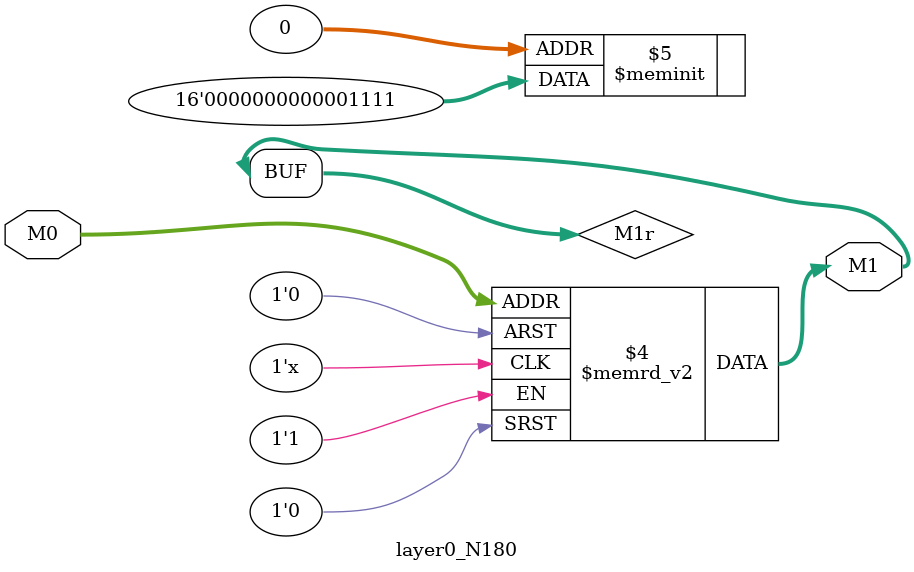
<source format=v>
module layer0_N180 ( input [2:0] M0, output [1:0] M1 );

	(*rom_style = "distributed" *) reg [1:0] M1r;
	assign M1 = M1r;
	always @ (M0) begin
		case (M0)
			3'b000: M1r = 2'b11;
			3'b100: M1r = 2'b00;
			3'b010: M1r = 2'b00;
			3'b110: M1r = 2'b00;
			3'b001: M1r = 2'b11;
			3'b101: M1r = 2'b00;
			3'b011: M1r = 2'b00;
			3'b111: M1r = 2'b00;

		endcase
	end
endmodule

</source>
